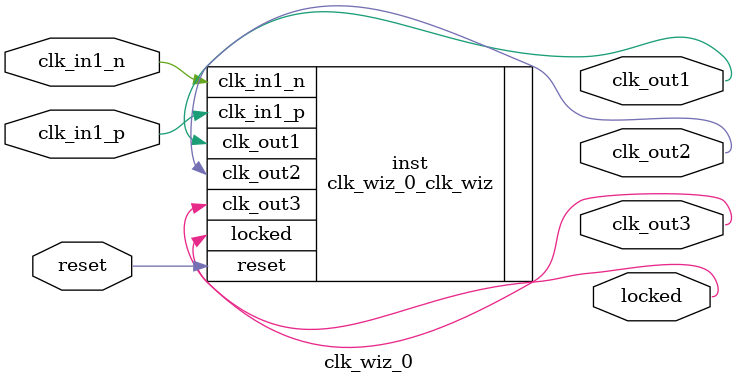
<source format=v>


`timescale 1ps/1ps

(* CORE_GENERATION_INFO = "clk_wiz_0,clk_wiz_v6_0_3_0_0,{component_name=clk_wiz_0,use_phase_alignment=true,use_min_o_jitter=false,use_max_i_jitter=false,use_dyn_phase_shift=false,use_inclk_switchover=false,use_dyn_reconfig=false,enable_axi=0,feedback_source=FDBK_AUTO,PRIMITIVE=MMCM,num_out_clk=3,clkin1_period=5.000,clkin2_period=10.0,use_power_down=false,use_reset=true,use_locked=true,use_inclk_stopped=false,feedback_type=SINGLE,CLOCK_MGR_TYPE=NA,manual_override=false}" *)

module clk_wiz_0 
 (
  // Clock out ports
  output        clk_out1,
  output        clk_out2,
  output        clk_out3,
  // Status and control signals
  input         reset,
  output        locked,
 // Clock in ports
  input         clk_in1_p,
  input         clk_in1_n
 );

  clk_wiz_0_clk_wiz inst
  (
  // Clock out ports  
  .clk_out1(clk_out1),
  .clk_out2(clk_out2),
  .clk_out3(clk_out3),
  // Status and control signals               
  .reset(reset), 
  .locked(locked),
 // Clock in ports
  .clk_in1_p(clk_in1_p),
  .clk_in1_n(clk_in1_n)
  );

endmodule

</source>
